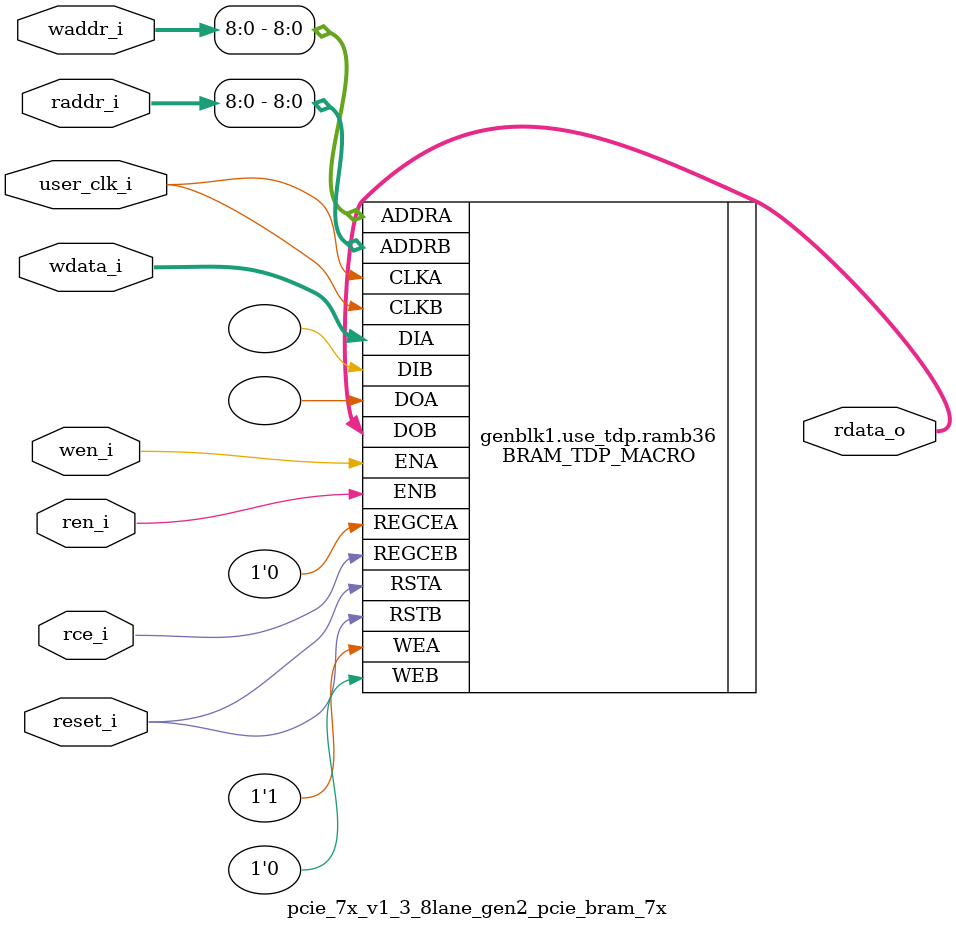
<source format=v>

`timescale 1ps/1ps

module pcie_7x_v1_3_8lane_gen2_pcie_bram_7x
  #(
    parameter [3:0]  LINK_CAP_MAX_LINK_SPEED = 4'h1,        // PCIe Link Speed : 1 - 2.5 GT/s; 2 - 5.0 GT/s
    parameter [5:0]  LINK_CAP_MAX_LINK_WIDTH = 6'h08,       // PCIe Link Width : 1 / 2 / 4 / 8
    parameter IMPL_TARGET = "HARD",                         // the implementation target : HARD, SOFT
    parameter DOB_REG = 0,                                  // 1 - use the output register;
                                                            // 0 - don't use the output register
    parameter WIDTH = 0                                     // supported WIDTH's : 4, 9, 18, 36 - uses RAMB36
                                                            //                     72 - uses RAMB36SDP
    )
    (
     input               user_clk_i,// user clock
     input               reset_i,   // bram reset

     input               wen_i,     // write enable
     input [12:0]        waddr_i,   // write address
     input [WIDTH - 1:0] wdata_i,   // write data

     input               ren_i,     // read enable
     input               rce_i,     // output register clock enable
     input [12:0]        raddr_i,   // read address

     output [WIDTH - 1:0] rdata_o   // read data
     );

   // map the address bits
   localparam ADDR_MSB = ((WIDTH == 4)  ? 12 :
                          (WIDTH == 9)  ? 11 :
                          (WIDTH == 18) ? 10 :
                          (WIDTH == 36) ?  9 :
                                           8
                          );

   // set the width of the tied off low address bits
   localparam ADDR_LO_BITS = ((WIDTH == 4)  ? 2 :
                              (WIDTH == 9)  ? 3 :
                              (WIDTH == 18) ? 4 :
                              (WIDTH == 36) ? 5 :
                                              0 // for WIDTH 72 use RAMB36SDP
                              );

   // map the data bits
   localparam D_MSB =  ((WIDTH == 4)  ?  3 :
                        (WIDTH == 9)  ?  7 :
                        (WIDTH == 18) ? 15 :
                        (WIDTH == 36) ? 31 :
                                        63
                        );

   // map the data parity bits
   localparam DP_LSB =  D_MSB + 1;

   localparam DP_MSB =  ((WIDTH == 4)  ? 4 :
                         (WIDTH == 9)  ? 8 :
                         (WIDTH == 18) ? 17 :
                         (WIDTH == 36) ? 35 :
                                         71
                        );

   localparam DPW = DP_MSB - DP_LSB + 1;
   localparam WRITE_MODE = ((LINK_CAP_MAX_LINK_SPEED == 4'h2) && (LINK_CAP_MAX_LINK_WIDTH == 6'h08)) ?
                                    "WRITE_FIRST" : "NO_CHANGE";

   localparam DEVICE = (IMPL_TARGET == "HARD") ? "7SERIES" : "VIRTEX6";
   localparam BRAM_SIZE = "36Kb";

   localparam WE_WIDTH =(DEVICE == "VIRTEX5" || DEVICE == "VIRTEX6" || DEVICE == "7SERIES") ?
                            ((WIDTH <= 9) ? 1 :
                             (WIDTH > 9 && WIDTH <= 18) ? 2 :
                             (WIDTH > 18 && WIDTH <= 36) ? 4 :
                             (WIDTH > 36 && WIDTH <= 72) ? 8 :
                             (BRAM_SIZE == "18Kb") ? 4 : 8 ) : 8;

   //synthesis translate_off
   initial begin
      //$display("[%t] %m DOB_REG %0d WIDTH %0d ADDR_MSB %0d ADDR_LO_BITS %0d DP_MSB %0d DP_LSB %0d D_MSB %0d",
      //          $time, DOB_REG,   WIDTH,    ADDR_MSB,    ADDR_LO_BITS,    DP_MSB,    DP_LSB,    D_MSB);

      case (WIDTH)
        4,9,18,36,72:;
        default:
          begin
             $display("[%t] %m Error WIDTH %0d not supported", $time, WIDTH);
             $finish;
          end
      endcase // case (WIDTH)
   end
   //synthesis translate_on

   generate
   if ((LINK_CAP_MAX_LINK_WIDTH == 6'h08 && LINK_CAP_MAX_LINK_SPEED == 4'h2) || (WIDTH == 72)) begin : use_sdp
        BRAM_SDP_MACRO #(
               .DEVICE        (DEVICE),
               .BRAM_SIZE     (BRAM_SIZE),
               .DO_REG        (DOB_REG),
               .READ_WIDTH    (WIDTH),
               .WRITE_WIDTH   (WIDTH),
               .WRITE_MODE    (WRITE_MODE)
               )
        ramb36sdp(
               .DO             (rdata_o[WIDTH-1:0]),
               .DI             (wdata_i[WIDTH-1:0]),
               .RDADDR         (raddr_i[ADDR_MSB:0]),
               .RDCLK          (user_clk_i),
               .RDEN           (ren_i),
               .REGCE          (rce_i),
               .RST            (reset_i),
               .WE             ({WE_WIDTH{1'b1}}),
               .WRADDR         (waddr_i[ADDR_MSB:0]),
               .WRCLK          (user_clk_i),
               .WREN           (wen_i)
               );

    end  // block: use_sdp
    else if (WIDTH <= 36) begin : use_tdp
    // use RAMB36's if the width is 4, 9, 18, or 36
        BRAM_TDP_MACRO #(
               .DEVICE        (DEVICE),
               .BRAM_SIZE     (BRAM_SIZE),
               .DOA_REG       (0),
               .DOB_REG       (DOB_REG),
               .READ_WIDTH_A  (WIDTH),
               .READ_WIDTH_B  (WIDTH),
               .WRITE_WIDTH_A (WIDTH),
               .WRITE_WIDTH_B (WIDTH),
               .WRITE_MODE_A  (WRITE_MODE)
               )
        ramb36(
               .DOA            (),
               .DOB            (rdata_o[WIDTH-1:0]),
               .ADDRA          (waddr_i[ADDR_MSB:0]),
               .ADDRB          (raddr_i[ADDR_MSB:0]),
               .CLKA           (user_clk_i),
               .CLKB           (user_clk_i),
               .DIA            (wdata_i[WIDTH-1:0]),
               .DIB            ({WIDTH{1'b0}}),
               .ENA            (wen_i),
               .ENB            (ren_i),
               .REGCEA         (1'b0),
               .REGCEB         (rce_i),
               .RSTA           (reset_i),
               .RSTB           (reset_i),
               .WEA            ({WE_WIDTH{1'b1}}),
               .WEB            ({WE_WIDTH{1'b0}})
               );
   end // block: use_tdp
   endgenerate

endmodule // pcie_bram_7x


</source>
